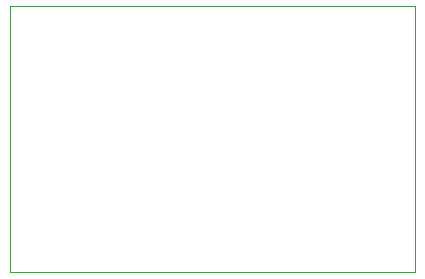
<source format=gbr>
G04 EAGLE Gerber X2 export*
G04 #@! %TF.Part,Single*
G04 #@! %TF.FileFunction,Profile,NP*
G04 #@! %TF.FilePolarity,Positive*
G04 #@! %TF.GenerationSoftware,Autodesk,EAGLE,9.0.0*
G04 #@! %TF.CreationDate,2019-08-08T19:06:15Z*
G75*
%MOMM*%
%FSLAX34Y34*%
%LPD*%
%AMOC8*
5,1,8,0,0,1.08239X$1,22.5*%
G01*
%ADD10C,0.000000*%


D10*
X25400Y0D02*
X368100Y0D01*
X368100Y225300D01*
X25400Y225300D01*
X25400Y0D01*
M02*

</source>
